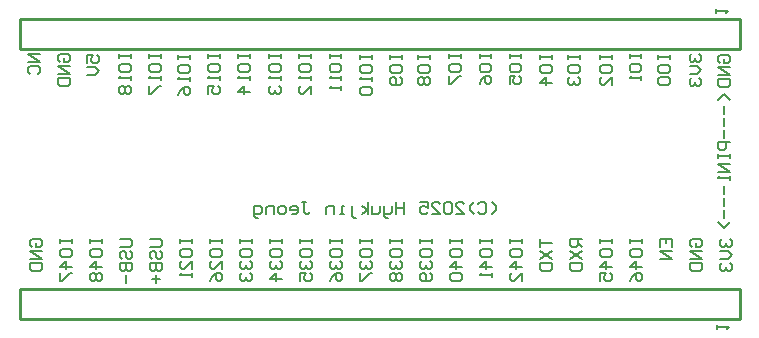
<source format=gbo>
G04*
G04 #@! TF.GenerationSoftware,Altium Limited,Altium Designer,25.8.1 (18)*
G04*
G04 Layer_Color=32896*
%FSLAX25Y25*%
%MOIN*%
G70*
G04*
G04 #@! TF.SameCoordinates,6ABF4B5D-D965-4913-BD24-76852B7B618B*
G04*
G04*
G04 #@! TF.FilePolarity,Positive*
G04*
G01*
G75*
%ADD11C,0.00600*%
%ADD58C,0.01000*%
D11*
X266900Y72901D02*
X264901Y74900D01*
X262901Y72901D01*
X264901Y70901D02*
Y68235D01*
Y66903D02*
Y64237D01*
Y62904D02*
Y60238D01*
X266900Y58905D02*
X262901D01*
Y56906D01*
X263568Y56239D01*
X264901D01*
X265567Y56906D01*
Y58905D01*
X262901Y54906D02*
Y53574D01*
Y54240D01*
X266900D01*
Y54906D01*
Y53574D01*
Y51574D02*
X262901D01*
X266900Y48908D01*
X262901D01*
X266900Y47576D02*
Y46243D01*
Y46909D01*
X262901D01*
X263568Y47576D01*
X264901Y44243D02*
Y41577D01*
Y40244D02*
Y37579D01*
Y36246D02*
Y33580D01*
X266900Y32247D02*
X264901Y30248D01*
X262901Y32247D01*
X187567Y34933D02*
X188900Y36266D01*
Y37599D01*
X187567Y38932D01*
X182902Y38265D02*
X183568Y38932D01*
X184901D01*
X185568Y38265D01*
Y35599D01*
X184901Y34933D01*
X183568D01*
X182902Y35599D01*
X181569Y34933D02*
X180236Y36266D01*
Y37599D01*
X181569Y38932D01*
X175571Y34933D02*
X178237D01*
X175571Y37599D01*
Y38265D01*
X176237Y38932D01*
X177570D01*
X178237Y38265D01*
X174238D02*
X173572Y38932D01*
X172239D01*
X171572Y38265D01*
Y35599D01*
X172239Y34933D01*
X173572D01*
X174238Y35599D01*
Y38265D01*
X167574Y34933D02*
X170239D01*
X167574Y37599D01*
Y38265D01*
X168240Y38932D01*
X169573D01*
X170239Y38265D01*
X163575Y38932D02*
X166241D01*
Y36932D01*
X164908Y37599D01*
X164241D01*
X163575Y36932D01*
Y35599D01*
X164241Y34933D01*
X165574D01*
X166241Y35599D01*
X158243Y38932D02*
Y34933D01*
Y36932D01*
X155577D01*
Y38932D01*
Y34933D01*
X154244Y37599D02*
Y35599D01*
X153578Y34933D01*
X151579D01*
Y34266D01*
X152245Y33600D01*
X152912D01*
X151579Y34933D02*
Y37599D01*
X150246D02*
Y35599D01*
X149579Y34933D01*
X147580D01*
Y37599D01*
X146247Y34933D02*
Y38932D01*
Y36266D02*
X144248Y37599D01*
X146247Y36266D02*
X144248Y34933D01*
X142248Y33600D02*
X141582D01*
X140916Y34266D01*
Y37599D01*
X138250Y34933D02*
X136917D01*
X137583D01*
Y37599D01*
X138250D01*
X134917Y34933D02*
Y37599D01*
X132918D01*
X132252Y36932D01*
Y34933D01*
X124254Y38932D02*
X125587D01*
X124921D01*
Y35599D01*
X125587Y34933D01*
X126253D01*
X126920Y35599D01*
X120922Y34933D02*
X122255D01*
X122921Y35599D01*
Y36932D01*
X122255Y37599D01*
X120922D01*
X120255Y36932D01*
Y36266D01*
X122921D01*
X118256Y34933D02*
X116923D01*
X116257Y35599D01*
Y36932D01*
X116923Y37599D01*
X118256D01*
X118923Y36932D01*
Y35599D01*
X118256Y34933D01*
X114924D02*
Y37599D01*
X112925D01*
X112258Y36932D01*
Y34933D01*
X109592Y33600D02*
X108926D01*
X108259Y34266D01*
Y37599D01*
X110259D01*
X110925Y36932D01*
Y35599D01*
X110259Y34933D01*
X108259D01*
X53401Y26500D02*
Y25167D01*
Y25834D01*
X57400D01*
Y26500D01*
Y25167D01*
X53401Y21168D02*
Y22501D01*
X54068Y23168D01*
X56734D01*
X57400Y22501D01*
Y21168D01*
X56734Y20502D01*
X54068D01*
X53401Y21168D01*
X57400Y17170D02*
X53401D01*
X55401Y19169D01*
Y16503D01*
X54068Y15170D02*
X53401Y14504D01*
Y13171D01*
X54068Y12505D01*
X54734D01*
X55401Y13171D01*
X56067Y12505D01*
X56734D01*
X57400Y13171D01*
Y14504D01*
X56734Y15170D01*
X56067D01*
X55401Y14504D01*
X54734Y15170D01*
X54068D01*
X55401Y14504D02*
Y13171D01*
X63401Y26500D02*
X66734D01*
X67400Y25834D01*
Y24501D01*
X66734Y23834D01*
X63401D01*
X64068Y19836D02*
X63401Y20502D01*
Y21835D01*
X64068Y22501D01*
X64734D01*
X65401Y21835D01*
Y20502D01*
X66067Y19836D01*
X66734D01*
X67400Y20502D01*
Y21835D01*
X66734Y22501D01*
X63401Y18503D02*
X67400D01*
Y16503D01*
X66734Y15837D01*
X66067D01*
X65401Y16503D01*
Y18503D01*
Y16503D01*
X64734Y15837D01*
X64068D01*
X63401Y16503D01*
Y18503D01*
X65401Y14504D02*
Y11838D01*
X73401Y26500D02*
X76734D01*
X77400Y25834D01*
Y24501D01*
X76734Y23834D01*
X73401D01*
X74068Y19836D02*
X73401Y20502D01*
Y21835D01*
X74068Y22501D01*
X74734D01*
X75401Y21835D01*
Y20502D01*
X76067Y19836D01*
X76734D01*
X77400Y20502D01*
Y21835D01*
X76734Y22501D01*
X73401Y18503D02*
X77400D01*
Y16503D01*
X76734Y15837D01*
X76067D01*
X75401Y16503D01*
Y18503D01*
Y16503D01*
X74734Y15837D01*
X74068D01*
X73401Y16503D01*
Y18503D01*
X75401Y14504D02*
Y11838D01*
X74068Y13171D02*
X76734D01*
X83401Y26500D02*
Y25167D01*
Y25834D01*
X87400D01*
Y26500D01*
Y25167D01*
X83401Y21168D02*
Y22501D01*
X84068Y23168D01*
X86734D01*
X87400Y22501D01*
Y21168D01*
X86734Y20502D01*
X84068D01*
X83401Y21168D01*
X87400Y16503D02*
Y19169D01*
X84734Y16503D01*
X84068D01*
X83401Y17170D01*
Y18503D01*
X84068Y19169D01*
X87400Y15170D02*
Y13837D01*
Y14504D01*
X83401D01*
X84068Y15170D01*
X43401Y26500D02*
Y25167D01*
Y25834D01*
X47400D01*
Y26500D01*
Y25167D01*
X43401Y21168D02*
Y22501D01*
X44068Y23168D01*
X46734D01*
X47400Y22501D01*
Y21168D01*
X46734Y20502D01*
X44068D01*
X43401Y21168D01*
X47400Y17170D02*
X43401D01*
X45401Y19169D01*
Y16503D01*
X43401Y15170D02*
Y12505D01*
X44068D01*
X46734Y15170D01*
X47400D01*
X34068Y23834D02*
X33401Y24501D01*
Y25834D01*
X34068Y26500D01*
X36734D01*
X37400Y25834D01*
Y24501D01*
X36734Y23834D01*
X35401D01*
Y25167D01*
X37400Y22501D02*
X33401D01*
X37400Y19836D01*
X33401D01*
Y18503D02*
X37400D01*
Y16503D01*
X36734Y15837D01*
X34068D01*
X33401Y16503D01*
Y18503D01*
X113401Y26500D02*
Y25167D01*
Y25834D01*
X117400D01*
Y26500D01*
Y25167D01*
X113401Y21168D02*
Y22501D01*
X114068Y23168D01*
X116734D01*
X117400Y22501D01*
Y21168D01*
X116734Y20502D01*
X114068D01*
X113401Y21168D01*
X114068Y19169D02*
X113401Y18503D01*
Y17170D01*
X114068Y16503D01*
X114734D01*
X115401Y17170D01*
Y17836D01*
Y17170D01*
X116067Y16503D01*
X116734D01*
X117400Y17170D01*
Y18503D01*
X116734Y19169D01*
X117400Y13171D02*
X113401D01*
X115401Y15170D01*
Y12505D01*
X123401Y26500D02*
Y25167D01*
Y25834D01*
X127400D01*
Y26500D01*
Y25167D01*
X123401Y21168D02*
Y22501D01*
X124068Y23168D01*
X126734D01*
X127400Y22501D01*
Y21168D01*
X126734Y20502D01*
X124068D01*
X123401Y21168D01*
X124068Y19169D02*
X123401Y18503D01*
Y17170D01*
X124068Y16503D01*
X124734D01*
X125401Y17170D01*
Y17836D01*
Y17170D01*
X126067Y16503D01*
X126734D01*
X127400Y17170D01*
Y18503D01*
X126734Y19169D01*
X123401Y12505D02*
Y15170D01*
X125401D01*
X124734Y13837D01*
Y13171D01*
X125401Y12505D01*
X126734D01*
X127400Y13171D01*
Y14504D01*
X126734Y15170D01*
X133401Y26500D02*
Y25167D01*
Y25834D01*
X137400D01*
Y26500D01*
Y25167D01*
X133401Y21168D02*
Y22501D01*
X134068Y23168D01*
X136733D01*
X137400Y22501D01*
Y21168D01*
X136733Y20502D01*
X134068D01*
X133401Y21168D01*
X134068Y19169D02*
X133401Y18503D01*
Y17170D01*
X134068Y16503D01*
X134734D01*
X135401Y17170D01*
Y17836D01*
Y17170D01*
X136067Y16503D01*
X136733D01*
X137400Y17170D01*
Y18503D01*
X136733Y19169D01*
X133401Y12505D02*
X134068Y13837D01*
X135401Y15170D01*
X136733D01*
X137400Y14504D01*
Y13171D01*
X136733Y12505D01*
X136067D01*
X135401Y13171D01*
Y15170D01*
X143401Y26500D02*
Y25167D01*
Y25834D01*
X147400D01*
Y26500D01*
Y25167D01*
X143401Y21168D02*
Y22501D01*
X144068Y23168D01*
X146733D01*
X147400Y22501D01*
Y21168D01*
X146733Y20502D01*
X144068D01*
X143401Y21168D01*
X144068Y19169D02*
X143401Y18503D01*
Y17170D01*
X144068Y16503D01*
X144734D01*
X145401Y17170D01*
Y17836D01*
Y17170D01*
X146067Y16503D01*
X146733D01*
X147400Y17170D01*
Y18503D01*
X146733Y19169D01*
X143401Y15170D02*
Y12505D01*
X144068D01*
X146733Y15170D01*
X147400D01*
X103401Y26500D02*
Y25167D01*
Y25834D01*
X107400D01*
Y26500D01*
Y25167D01*
X103401Y21168D02*
Y22501D01*
X104068Y23168D01*
X106734D01*
X107400Y22501D01*
Y21168D01*
X106734Y20502D01*
X104068D01*
X103401Y21168D01*
X104068Y19169D02*
X103401Y18503D01*
Y17170D01*
X104068Y16503D01*
X104734D01*
X105401Y17170D01*
Y17836D01*
Y17170D01*
X106067Y16503D01*
X106734D01*
X107400Y17170D01*
Y18503D01*
X106734Y19169D01*
X104068Y15170D02*
X103401Y14504D01*
Y13171D01*
X104068Y12505D01*
X104734D01*
X105401Y13171D01*
Y13837D01*
Y13171D01*
X106067Y12505D01*
X106734D01*
X107400Y13171D01*
Y14504D01*
X106734Y15170D01*
X93401Y26500D02*
Y25167D01*
Y25834D01*
X97400D01*
Y26500D01*
Y25167D01*
X93401Y21168D02*
Y22501D01*
X94068Y23168D01*
X96734D01*
X97400Y22501D01*
Y21168D01*
X96734Y20502D01*
X94068D01*
X93401Y21168D01*
X97400Y16503D02*
Y19169D01*
X94734Y16503D01*
X94068D01*
X93401Y17170D01*
Y18503D01*
X94068Y19169D01*
X93401Y12505D02*
X94068Y13837D01*
X95401Y15170D01*
X96734D01*
X97400Y14504D01*
Y13171D01*
X96734Y12505D01*
X96067D01*
X95401Y13171D01*
Y15170D01*
X173401Y26500D02*
Y25167D01*
Y25834D01*
X177400D01*
Y26500D01*
Y25167D01*
X173401Y21168D02*
Y22501D01*
X174068Y23168D01*
X176734D01*
X177400Y22501D01*
Y21168D01*
X176734Y20502D01*
X174068D01*
X173401Y21168D01*
X177400Y17170D02*
X173401D01*
X175401Y19169D01*
Y16503D01*
X174068Y15170D02*
X173401Y14504D01*
Y13171D01*
X174068Y12505D01*
X176734D01*
X177400Y13171D01*
Y14504D01*
X176734Y15170D01*
X174068D01*
X183401Y26500D02*
Y25167D01*
Y25834D01*
X187400D01*
Y26500D01*
Y25167D01*
X183401Y21168D02*
Y22501D01*
X184068Y23168D01*
X186733D01*
X187400Y22501D01*
Y21168D01*
X186733Y20502D01*
X184068D01*
X183401Y21168D01*
X187400Y17170D02*
X183401D01*
X185401Y19169D01*
Y16503D01*
X187400Y15170D02*
Y13837D01*
Y14504D01*
X183401D01*
X184068Y15170D01*
X193401Y26500D02*
Y25167D01*
Y25834D01*
X197400D01*
Y26500D01*
Y25167D01*
X193401Y21168D02*
Y22501D01*
X194068Y23168D01*
X196733D01*
X197400Y22501D01*
Y21168D01*
X196733Y20502D01*
X194068D01*
X193401Y21168D01*
X197400Y17170D02*
X193401D01*
X195401Y19169D01*
Y16503D01*
X197400Y12505D02*
Y15170D01*
X194734Y12505D01*
X194068D01*
X193401Y13171D01*
Y14504D01*
X194068Y15170D01*
X203401Y26500D02*
Y23834D01*
Y25167D01*
X207400D01*
X203401Y22501D02*
X207400Y19836D01*
X203401D02*
X207400Y22501D01*
X203401Y18503D02*
X207400D01*
Y16503D01*
X206734Y15837D01*
X204068D01*
X203401Y16503D01*
Y18503D01*
X163401Y26500D02*
Y25167D01*
Y25834D01*
X167400D01*
Y26500D01*
Y25167D01*
X163401Y21168D02*
Y22501D01*
X164068Y23168D01*
X166734D01*
X167400Y22501D01*
Y21168D01*
X166734Y20502D01*
X164068D01*
X163401Y21168D01*
X164068Y19169D02*
X163401Y18503D01*
Y17170D01*
X164068Y16503D01*
X164734D01*
X165401Y17170D01*
Y17836D01*
Y17170D01*
X166067Y16503D01*
X166734D01*
X167400Y17170D01*
Y18503D01*
X166734Y19169D01*
Y15170D02*
X167400Y14504D01*
Y13171D01*
X166734Y12505D01*
X164068D01*
X163401Y13171D01*
Y14504D01*
X164068Y15170D01*
X164734D01*
X165401Y14504D01*
Y12505D01*
X153401Y26500D02*
Y25167D01*
Y25834D01*
X157400D01*
Y26500D01*
Y25167D01*
X153401Y21168D02*
Y22501D01*
X154068Y23168D01*
X156734D01*
X157400Y22501D01*
Y21168D01*
X156734Y20502D01*
X154068D01*
X153401Y21168D01*
X154068Y19169D02*
X153401Y18503D01*
Y17170D01*
X154068Y16503D01*
X154734D01*
X155401Y17170D01*
Y17836D01*
Y17170D01*
X156067Y16503D01*
X156734D01*
X157400Y17170D01*
Y18503D01*
X156734Y19169D01*
X154068Y15170D02*
X153401Y14504D01*
Y13171D01*
X154068Y12505D01*
X154734D01*
X155401Y13171D01*
X156067Y12505D01*
X156734D01*
X157400Y13171D01*
Y14504D01*
X156734Y15170D01*
X156067D01*
X155401Y14504D01*
X154734Y15170D01*
X154068D01*
X155401Y14504D02*
Y13171D01*
X217400Y26500D02*
X213401D01*
Y24501D01*
X214068Y23834D01*
X215401D01*
X216067Y24501D01*
Y26500D01*
Y25167D02*
X217400Y23834D01*
X213401Y22501D02*
X217400Y19836D01*
X213401D02*
X217400Y22501D01*
X213401Y18503D02*
X217400D01*
Y16503D01*
X216734Y15837D01*
X214068D01*
X213401Y16503D01*
Y18503D01*
X223401Y26500D02*
Y25167D01*
Y25834D01*
X227400D01*
Y26500D01*
Y25167D01*
X223401Y21168D02*
Y22501D01*
X224068Y23168D01*
X226734D01*
X227400Y22501D01*
Y21168D01*
X226734Y20502D01*
X224068D01*
X223401Y21168D01*
X227400Y17170D02*
X223401D01*
X225401Y19169D01*
Y16503D01*
X223401Y12505D02*
Y15170D01*
X225401D01*
X224734Y13837D01*
Y13171D01*
X225401Y12505D01*
X226734D01*
X227400Y13171D01*
Y14504D01*
X226734Y15170D01*
X264068Y26500D02*
X263401Y25834D01*
Y24501D01*
X264068Y23834D01*
X264734D01*
X265401Y24501D01*
Y25167D01*
Y24501D01*
X266067Y23834D01*
X266734D01*
X267400Y24501D01*
Y25834D01*
X266734Y26500D01*
X263401Y22501D02*
X266067D01*
X267400Y21168D01*
X266067Y19836D01*
X263401D01*
X264068Y18503D02*
X263401Y17836D01*
Y16503D01*
X264068Y15837D01*
X264734D01*
X265401Y16503D01*
Y17170D01*
Y16503D01*
X266067Y15837D01*
X266734D01*
X267400Y16503D01*
Y17836D01*
X266734Y18503D01*
X254068Y23834D02*
X253401Y24501D01*
Y25834D01*
X254068Y26500D01*
X256734D01*
X257400Y25834D01*
Y24501D01*
X256734Y23834D01*
X255401D01*
Y25167D01*
X257400Y22501D02*
X253401D01*
X257400Y19836D01*
X253401D01*
Y18503D02*
X257400D01*
Y16503D01*
X256734Y15837D01*
X254068D01*
X253401Y16503D01*
Y18503D01*
X243401Y23834D02*
Y26500D01*
X247400D01*
Y23834D01*
X245401Y26500D02*
Y25167D01*
X247400Y22501D02*
X243401D01*
X247400Y19836D01*
X243401D01*
X233401Y26500D02*
Y25167D01*
Y25834D01*
X237400D01*
Y26500D01*
Y25167D01*
X233401Y21168D02*
Y22501D01*
X234068Y23168D01*
X236734D01*
X237400Y22501D01*
Y21168D01*
X236734Y20502D01*
X234068D01*
X233401Y21168D01*
X237400Y17170D02*
X233401D01*
X235401Y19169D01*
Y16503D01*
X233401Y12505D02*
X234068Y13837D01*
X235401Y15170D01*
X236734D01*
X237400Y14504D01*
Y13171D01*
X236734Y12505D01*
X236067D01*
X235401Y13171D01*
Y15170D01*
X82901Y87900D02*
Y86567D01*
Y87234D01*
X86900D01*
Y87900D01*
Y86567D01*
X82901Y82568D02*
Y83901D01*
X83568Y84568D01*
X86234D01*
X86900Y83901D01*
Y82568D01*
X86234Y81902D01*
X83568D01*
X82901Y82568D01*
X86900Y80569D02*
Y79236D01*
Y79903D01*
X82901D01*
X83568Y80569D01*
X82901Y74571D02*
X83568Y75904D01*
X84901Y77237D01*
X86234D01*
X86900Y76570D01*
Y75237D01*
X86234Y74571D01*
X85567D01*
X84901Y75237D01*
Y77237D01*
X73305Y88171D02*
Y86838D01*
Y87504D01*
X77304D01*
Y88171D01*
Y86838D01*
X73305Y82839D02*
Y84172D01*
X73972Y84839D01*
X76638D01*
X77304Y84172D01*
Y82839D01*
X76638Y82173D01*
X73972D01*
X73305Y82839D01*
X77304Y80840D02*
Y79507D01*
Y80173D01*
X73305D01*
X73972Y80840D01*
X73305Y77508D02*
Y74842D01*
X73972D01*
X76638Y77508D01*
X77304D01*
X63305Y88171D02*
Y86838D01*
Y87504D01*
X67304D01*
Y88171D01*
Y86838D01*
X63305Y82839D02*
Y84172D01*
X63972Y84839D01*
X66638D01*
X67304Y84172D01*
Y82839D01*
X66638Y82173D01*
X63972D01*
X63305Y82839D01*
X67304Y80840D02*
Y79507D01*
Y80173D01*
X63305D01*
X63972Y80840D01*
Y77508D02*
X63305Y76841D01*
Y75508D01*
X63972Y74842D01*
X64638D01*
X65305Y75508D01*
X65971Y74842D01*
X66638D01*
X67304Y75508D01*
Y76841D01*
X66638Y77508D01*
X65971D01*
X65305Y76841D01*
X64638Y77508D01*
X63972D01*
X65305Y76841D02*
Y75508D01*
X52401Y85234D02*
Y87900D01*
X54401D01*
X53734Y86567D01*
Y85901D01*
X54401Y85234D01*
X55734D01*
X56400Y85901D01*
Y87234D01*
X55734Y87900D01*
X52401Y83901D02*
X55067D01*
X56400Y82568D01*
X55067Y81235D01*
X52401D01*
X43472Y85505D02*
X42805Y86172D01*
Y87504D01*
X43472Y88171D01*
X46138D01*
X46804Y87504D01*
Y86172D01*
X46138Y85505D01*
X44805D01*
Y86838D01*
X46804Y84172D02*
X42805D01*
X46804Y81506D01*
X42805D01*
Y80173D02*
X46804D01*
Y78174D01*
X46138Y77508D01*
X43472D01*
X42805Y78174D01*
Y80173D01*
X36804Y88171D02*
X32805D01*
X36804Y85505D01*
X32805D01*
X33472Y81506D02*
X32805Y82173D01*
Y83506D01*
X33472Y84172D01*
X36138D01*
X36804Y83506D01*
Y82173D01*
X36138Y81506D01*
X143401Y87900D02*
Y86567D01*
Y87234D01*
X147400D01*
Y87900D01*
Y86567D01*
X143401Y82568D02*
Y83901D01*
X144068Y84568D01*
X146733D01*
X147400Y83901D01*
Y82568D01*
X146733Y81902D01*
X144068D01*
X143401Y82568D01*
X147400Y80569D02*
Y79236D01*
Y79903D01*
X143401D01*
X144068Y80569D01*
Y77237D02*
X143401Y76570D01*
Y75237D01*
X144068Y74571D01*
X146733D01*
X147400Y75237D01*
Y76570D01*
X146733Y77237D01*
X144068D01*
X133306Y88171D02*
Y86838D01*
Y87504D01*
X137304D01*
Y88171D01*
Y86838D01*
X133306Y82839D02*
Y84172D01*
X133972Y84839D01*
X136638D01*
X137304Y84172D01*
Y82839D01*
X136638Y82173D01*
X133972D01*
X133306Y82839D01*
X137304Y80840D02*
Y79507D01*
Y80173D01*
X133306D01*
X133972Y80840D01*
X137304Y77508D02*
Y76175D01*
Y76841D01*
X133306D01*
X133972Y77508D01*
X123305Y88171D02*
Y86838D01*
Y87504D01*
X127304D01*
Y88171D01*
Y86838D01*
X123305Y82839D02*
Y84172D01*
X123972Y84839D01*
X126638D01*
X127304Y84172D01*
Y82839D01*
X126638Y82173D01*
X123972D01*
X123305Y82839D01*
X127304Y80840D02*
Y79507D01*
Y80173D01*
X123305D01*
X123972Y80840D01*
X127304Y74842D02*
Y77508D01*
X124638Y74842D01*
X123972D01*
X123305Y75508D01*
Y76841D01*
X123972Y77508D01*
X113305Y88171D02*
Y86838D01*
Y87504D01*
X117304D01*
Y88171D01*
Y86838D01*
X113305Y82839D02*
Y84172D01*
X113972Y84839D01*
X116638D01*
X117304Y84172D01*
Y82839D01*
X116638Y82173D01*
X113972D01*
X113305Y82839D01*
X117304Y80840D02*
Y79507D01*
Y80173D01*
X113305D01*
X113972Y80840D01*
Y77508D02*
X113305Y76841D01*
Y75508D01*
X113972Y74842D01*
X114638D01*
X115305Y75508D01*
Y76175D01*
Y75508D01*
X115971Y74842D01*
X116638D01*
X117304Y75508D01*
Y76841D01*
X116638Y77508D01*
X102805Y88171D02*
Y86838D01*
Y87504D01*
X106804D01*
Y88171D01*
Y86838D01*
X102805Y82839D02*
Y84172D01*
X103472Y84839D01*
X106138D01*
X106804Y84172D01*
Y82839D01*
X106138Y82173D01*
X103472D01*
X102805Y82839D01*
X106804Y80840D02*
Y79507D01*
Y80173D01*
X102805D01*
X103472Y80840D01*
X106804Y75508D02*
X102805D01*
X104805Y77508D01*
Y74842D01*
X92805Y88171D02*
Y86838D01*
Y87504D01*
X96804D01*
Y88171D01*
Y86838D01*
X92805Y82839D02*
Y84172D01*
X93472Y84839D01*
X96138D01*
X96804Y84172D01*
Y82839D01*
X96138Y82173D01*
X93472D01*
X92805Y82839D01*
X96804Y80840D02*
Y79507D01*
Y80173D01*
X92805D01*
X93472Y80840D01*
X92805Y74842D02*
Y77508D01*
X94805D01*
X94138Y76175D01*
Y75508D01*
X94805Y74842D01*
X96138D01*
X96804Y75508D01*
Y76841D01*
X96138Y77508D01*
X203401Y87900D02*
Y86567D01*
Y87234D01*
X207400D01*
Y87900D01*
Y86567D01*
X203401Y82568D02*
Y83901D01*
X204068Y84568D01*
X206734D01*
X207400Y83901D01*
Y82568D01*
X206734Y81902D01*
X204068D01*
X203401Y82568D01*
X207400Y78570D02*
X203401D01*
X205401Y80569D01*
Y77903D01*
X193306Y88171D02*
Y86838D01*
Y87504D01*
X197304D01*
Y88171D01*
Y86838D01*
X193306Y82839D02*
Y84172D01*
X193972Y84839D01*
X196638D01*
X197304Y84172D01*
Y82839D01*
X196638Y82173D01*
X193972D01*
X193306Y82839D01*
Y78174D02*
Y80840D01*
X195305D01*
X194638Y79507D01*
Y78841D01*
X195305Y78174D01*
X196638D01*
X197304Y78841D01*
Y80173D01*
X196638Y80840D01*
X183306Y88171D02*
Y86838D01*
Y87504D01*
X187304D01*
Y88171D01*
Y86838D01*
X183306Y82839D02*
Y84172D01*
X183972Y84839D01*
X186638D01*
X187304Y84172D01*
Y82839D01*
X186638Y82173D01*
X183972D01*
X183306Y82839D01*
Y78174D02*
X183972Y79507D01*
X185305Y80840D01*
X186638D01*
X187304Y80173D01*
Y78841D01*
X186638Y78174D01*
X185971D01*
X185305Y78841D01*
Y80840D01*
X173305Y88171D02*
Y86838D01*
Y87504D01*
X177304D01*
Y88171D01*
Y86838D01*
X173305Y82839D02*
Y84172D01*
X173972Y84839D01*
X176638D01*
X177304Y84172D01*
Y82839D01*
X176638Y82173D01*
X173972D01*
X173305Y82839D01*
Y80840D02*
Y78174D01*
X173972D01*
X176638Y80840D01*
X177304D01*
X162901Y87900D02*
Y86567D01*
Y87234D01*
X166900D01*
Y87900D01*
Y86567D01*
X162901Y82568D02*
Y83901D01*
X163568Y84568D01*
X166234D01*
X166900Y83901D01*
Y82568D01*
X166234Y81902D01*
X163568D01*
X162901Y82568D01*
X163568Y80569D02*
X162901Y79903D01*
Y78570D01*
X163568Y77903D01*
X164234D01*
X164901Y78570D01*
X165567Y77903D01*
X166234D01*
X166900Y78570D01*
Y79903D01*
X166234Y80569D01*
X165567D01*
X164901Y79903D01*
X164234Y80569D01*
X163568D01*
X164901Y79903D02*
Y78570D01*
X153401Y87900D02*
Y86567D01*
Y87234D01*
X157400D01*
Y87900D01*
Y86567D01*
X153401Y82568D02*
Y83901D01*
X154068Y84568D01*
X156734D01*
X157400Y83901D01*
Y82568D01*
X156734Y81902D01*
X154068D01*
X153401Y82568D01*
X156734Y80569D02*
X157400Y79903D01*
Y78570D01*
X156734Y77903D01*
X154068D01*
X153401Y78570D01*
Y79903D01*
X154068Y80569D01*
X154734D01*
X155401Y79903D01*
Y77903D01*
X212901Y87900D02*
Y86567D01*
Y87234D01*
X216900D01*
Y87900D01*
Y86567D01*
X212901Y82568D02*
Y83901D01*
X213568Y84568D01*
X216234D01*
X216900Y83901D01*
Y82568D01*
X216234Y81902D01*
X213568D01*
X212901Y82568D01*
X213568Y80569D02*
X212901Y79903D01*
Y78570D01*
X213568Y77903D01*
X214234D01*
X214901Y78570D01*
Y79236D01*
Y78570D01*
X215567Y77903D01*
X216234D01*
X216900Y78570D01*
Y79903D01*
X216234Y80569D01*
X223401Y87900D02*
Y86567D01*
Y87234D01*
X227400D01*
Y87900D01*
Y86567D01*
X223401Y82568D02*
Y83901D01*
X224068Y84568D01*
X226734D01*
X227400Y83901D01*
Y82568D01*
X226734Y81902D01*
X224068D01*
X223401Y82568D01*
X227400Y77903D02*
Y80569D01*
X224734Y77903D01*
X224068D01*
X223401Y78570D01*
Y79903D01*
X224068Y80569D01*
X233306Y88171D02*
Y86838D01*
Y87504D01*
X237304D01*
Y88171D01*
Y86838D01*
X233306Y82839D02*
Y84172D01*
X233972Y84839D01*
X236638D01*
X237304Y84172D01*
Y82839D01*
X236638Y82173D01*
X233972D01*
X233306Y82839D01*
X237304Y80840D02*
Y79507D01*
Y80173D01*
X233306D01*
X233972Y80840D01*
X242901Y87900D02*
Y86567D01*
Y87234D01*
X246900D01*
Y87900D01*
Y86567D01*
X242901Y82568D02*
Y83901D01*
X243568Y84568D01*
X246234D01*
X246900Y83901D01*
Y82568D01*
X246234Y81902D01*
X243568D01*
X242901Y82568D01*
X243568Y80569D02*
X242901Y79903D01*
Y78570D01*
X243568Y77903D01*
X246234D01*
X246900Y78570D01*
Y79903D01*
X246234Y80569D01*
X243568D01*
X253972Y88171D02*
X253306Y87504D01*
Y86172D01*
X253972Y85505D01*
X254638D01*
X255305Y86172D01*
Y86838D01*
Y86172D01*
X255971Y85505D01*
X256638D01*
X257304Y86172D01*
Y87504D01*
X256638Y88171D01*
X253306Y84172D02*
X255971D01*
X257304Y82839D01*
X255971Y81506D01*
X253306D01*
X253972Y80173D02*
X253306Y79507D01*
Y78174D01*
X253972Y77508D01*
X254638D01*
X255305Y78174D01*
Y78841D01*
Y78174D01*
X255971Y77508D01*
X256638D01*
X257304Y78174D01*
Y79507D01*
X256638Y80173D01*
X263568Y85234D02*
X262901Y85901D01*
Y87234D01*
X263568Y87900D01*
X266234D01*
X266900Y87234D01*
Y85901D01*
X266234Y85234D01*
X264901D01*
Y86567D01*
X266900Y83901D02*
X262901D01*
X266900Y81235D01*
X262901D01*
Y79903D02*
X266900D01*
Y77903D01*
X266234Y77237D01*
X263568D01*
X262901Y77903D01*
Y79903D01*
X262600Y-3400D02*
Y-2067D01*
Y-2733D01*
X266599D01*
X265932Y-3400D01*
X262300Y101900D02*
Y103233D01*
Y102567D01*
X266299D01*
X265632Y101900D01*
D58*
X30000Y0D02*
X270000D01*
X30000D02*
Y10000D01*
X270000D01*
Y0D02*
Y10000D01*
Y90000D02*
Y100000D01*
X30000D02*
X270000D01*
X30000Y90000D02*
Y100000D01*
Y90000D02*
X270000D01*
M02*

</source>
